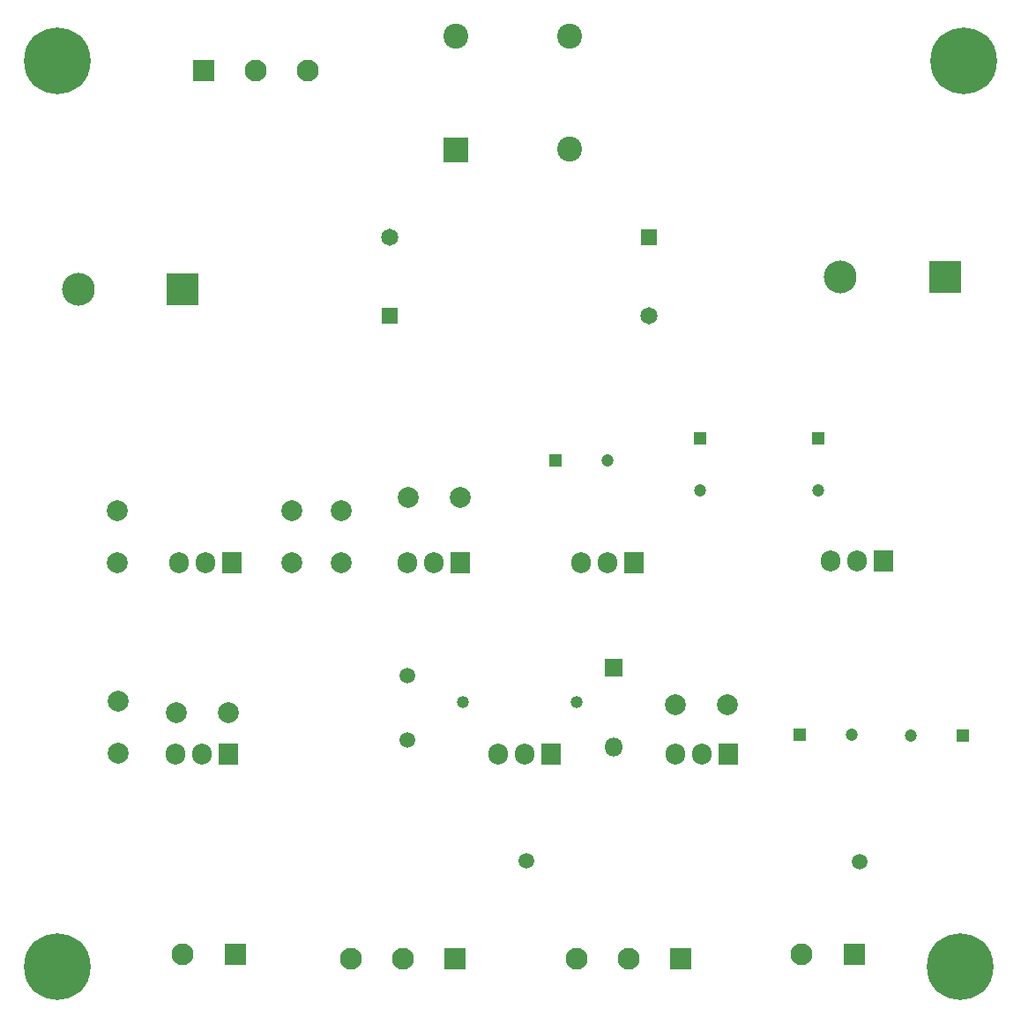
<source format=gbr>
%TF.GenerationSoftware,KiCad,Pcbnew,(6.0.0)*%
%TF.CreationDate,2022-02-28T16:45:58-03:00*%
%TF.ProjectId,Circuito fuente,43697263-7569-4746-9f20-6675656e7465,V02*%
%TF.SameCoordinates,Original*%
%TF.FileFunction,Copper,L1,Top*%
%TF.FilePolarity,Positive*%
%FSLAX46Y46*%
G04 Gerber Fmt 4.6, Leading zero omitted, Abs format (unit mm)*
G04 Created by KiCad (PCBNEW (6.0.0)) date 2022-02-28 16:45:58*
%MOMM*%
%LPD*%
G01*
G04 APERTURE LIST*
%TA.AperFunction,ComponentPad*%
%ADD10C,2.000000*%
%TD*%
%TA.AperFunction,ComponentPad*%
%ADD11R,1.905000X2.000000*%
%TD*%
%TA.AperFunction,ComponentPad*%
%ADD12O,1.905000X2.000000*%
%TD*%
%TA.AperFunction,ComponentPad*%
%ADD13R,1.650000X1.650000*%
%TD*%
%TA.AperFunction,ComponentPad*%
%ADD14C,1.650000*%
%TD*%
%TA.AperFunction,ComponentPad*%
%ADD15C,0.800000*%
%TD*%
%TA.AperFunction,ComponentPad*%
%ADD16C,6.400000*%
%TD*%
%TA.AperFunction,ComponentPad*%
%ADD17R,1.200000X1.200000*%
%TD*%
%TA.AperFunction,ComponentPad*%
%ADD18C,1.200000*%
%TD*%
%TA.AperFunction,ComponentPad*%
%ADD19R,2.100000X2.100000*%
%TD*%
%TA.AperFunction,ComponentPad*%
%ADD20C,2.100000*%
%TD*%
%TA.AperFunction,ComponentPad*%
%ADD21R,1.800000X1.800000*%
%TD*%
%TA.AperFunction,ComponentPad*%
%ADD22O,1.800000X1.800000*%
%TD*%
%TA.AperFunction,ComponentPad*%
%ADD23C,1.190000*%
%TD*%
%TA.AperFunction,ComponentPad*%
%ADD24R,2.400000X2.400000*%
%TD*%
%TA.AperFunction,ComponentPad*%
%ADD25C,2.400000*%
%TD*%
%TA.AperFunction,ComponentPad*%
%ADD26R,3.150000X3.150000*%
%TD*%
%TA.AperFunction,ComponentPad*%
%ADD27C,3.150000*%
%TD*%
%TA.AperFunction,ViaPad*%
%ADD28C,1.500000*%
%TD*%
G04 APERTURE END LIST*
D10*
%TO.P,C23,1,1*%
%TO.N,/+5V*%
X109750000Y-82750000D03*
%TO.P,C23,2,2*%
%TO.N,GND*%
X109750000Y-77750000D03*
%TD*%
D11*
%TO.P,Q1,1,B*%
%TO.N,Net-(D1-Pad1)*%
X151392000Y-101174000D03*
D12*
%TO.P,Q1,2,C*%
%TO.N,/+15DC*%
X148852000Y-101174000D03*
%TO.P,Q1,3,E*%
%TO.N,Net-(C26-Pad1)*%
X146312000Y-101174000D03*
%TD*%
D13*
%TO.P,C14,1*%
%TO.N,GND*%
X160738000Y-51554000D03*
D14*
%TO.P,C14,2*%
%TO.N,Net-(C12-Pad2)*%
X160738000Y-59054000D03*
%TD*%
D11*
%TO.P,U41,1,GND*%
%TO.N,GND*%
X183290000Y-82605000D03*
D12*
%TO.P,U41,2,VI*%
%TO.N,/-12V*%
X180750000Y-82605000D03*
%TO.P,U41,3,VO*%
%TO.N,/-5V*%
X178210000Y-82605000D03*
%TD*%
D15*
%TO.P,H2,1*%
%TO.N,N/C*%
X192394112Y-119802944D03*
D16*
X190697056Y-121500000D03*
D15*
X190697056Y-123900000D03*
X193097056Y-121500000D03*
X192394112Y-123197056D03*
X188297056Y-121500000D03*
X189000000Y-123197056D03*
X189000000Y-119802944D03*
X190697056Y-119100000D03*
%TD*%
D17*
%TO.P,C21,1*%
%TO.N,GND*%
X165650000Y-70850000D03*
D18*
%TO.P,C21,2*%
%TO.N,/-12V*%
X165650000Y-75850000D03*
%TD*%
D10*
%TO.P,C22,1,1*%
%TO.N,/+12V1*%
X126500000Y-82750000D03*
%TO.P,C22,2,2*%
%TO.N,GND*%
X126500000Y-77750000D03*
%TD*%
D19*
%TO.P,U1,1*%
%TO.N,/-15VAC*%
X118000000Y-35500000D03*
D20*
%TO.P,U1,2*%
%TO.N,GND*%
X123000000Y-35500000D03*
%TO.P,U1,3*%
%TO.N,/+15VAC*%
X128000000Y-35500000D03*
%TD*%
D10*
%TO.P,C17,1,1*%
%TO.N,/+12V2*%
X109792000Y-101084000D03*
%TO.P,C17,2,2*%
%TO.N,GND*%
X109792000Y-96084000D03*
%TD*%
D20*
%TO.P,U5,1*%
%TO.N,/+5V*%
X132190500Y-120750000D03*
%TO.P,U5,2*%
%TO.N,GND*%
X137190500Y-120750000D03*
D19*
%TO.P,U5,3*%
%TO.N,/-5V*%
X142190500Y-120750000D03*
%TD*%
D17*
%TO.P,C25,1*%
%TO.N,GND*%
X190924000Y-99370750D03*
D18*
%TO.P,C25,2*%
%TO.N,/-5V*%
X185924000Y-99370750D03*
%TD*%
D11*
%TO.P,U40,1,VI*%
%TO.N,/+12V1*%
X120750000Y-82750000D03*
D12*
%TO.P,U40,2,GND*%
%TO.N,GND*%
X118210000Y-82750000D03*
%TO.P,U40,3,VO*%
%TO.N,/+5V*%
X115670000Y-82750000D03*
%TD*%
D10*
%TO.P,C26,1,1*%
%TO.N,Net-(C26-Pad1)*%
X163342000Y-96374000D03*
%TO.P,C26,2,2*%
%TO.N,GND*%
X168342000Y-96374000D03*
%TD*%
D15*
%TO.P,H1,1*%
%TO.N,N/C*%
X101600000Y-121500000D03*
X102302944Y-119802944D03*
D16*
X104000000Y-121500000D03*
D15*
X105697056Y-123197056D03*
X106400000Y-121500000D03*
X104000000Y-123900000D03*
X105697056Y-119802944D03*
X102302944Y-123197056D03*
X104000000Y-119100000D03*
%TD*%
D21*
%TO.P,D1,1,K*%
%TO.N,Net-(D1-Pad1)*%
X157392000Y-92864000D03*
D22*
%TO.P,D1,2,A*%
%TO.N,GND*%
X157392000Y-100484000D03*
%TD*%
D23*
%TO.P,R1,1*%
%TO.N,/+15DC*%
X142877000Y-96124000D03*
%TO.P,R1,2*%
%TO.N,Net-(D1-Pad1)*%
X153807000Y-96124000D03*
%TD*%
D11*
%TO.P,U39,1,GND*%
%TO.N,GND*%
X159333332Y-82750000D03*
D12*
%TO.P,U39,2,VI*%
%TO.N,Net-(C12-Pad2)*%
X156793332Y-82750000D03*
%TO.P,U39,3,VO*%
%TO.N,/-12V*%
X154253332Y-82750000D03*
%TD*%
D11*
%TO.P,U45,1,GND*%
%TO.N,GND*%
X168382000Y-101174000D03*
D12*
%TO.P,U45,2,VO*%
%TO.N,/+3\u002C3V*%
X165842000Y-101174000D03*
%TO.P,U45,3,VI*%
%TO.N,Net-(C26-Pad1)*%
X163302000Y-101174000D03*
%TD*%
D19*
%TO.P,U6,1*%
%TO.N,/+3\u002C3V*%
X180540000Y-120323903D03*
D20*
%TO.P,U6,2*%
%TO.N,GND*%
X175460000Y-120323903D03*
%TD*%
D10*
%TO.P,C19,1,1*%
%TO.N,/+12V1*%
X131250000Y-82750000D03*
%TO.P,C19,2,2*%
%TO.N,GND*%
X131250000Y-77750000D03*
%TD*%
D17*
%TO.P,C27,1*%
%TO.N,/+3\u002C3V*%
X175274000Y-99264000D03*
D18*
%TO.P,C27,2*%
%TO.N,GND*%
X180274000Y-99264000D03*
%TD*%
D20*
%TO.P,U2,1*%
%TO.N,/+12V2*%
X115960000Y-120323903D03*
D19*
%TO.P,U2,2*%
%TO.N,GND*%
X121040000Y-120323903D03*
%TD*%
D15*
%TO.P,H3,1*%
%TO.N,N/C*%
X189302944Y-36247056D03*
X189302944Y-32852944D03*
X193400000Y-34550000D03*
X191000000Y-32150000D03*
X188600000Y-34550000D03*
X191000000Y-36950000D03*
D16*
X191000000Y-34550000D03*
D15*
X192697056Y-32852944D03*
X192697056Y-36247056D03*
%TD*%
D13*
%TO.P,C10,1*%
%TO.N,/+15DC*%
X135846000Y-59054000D03*
D14*
%TO.P,C10,2*%
%TO.N,GND*%
X135846000Y-51554000D03*
%TD*%
D11*
%TO.P,U4,1,VI*%
%TO.N,/+15DC*%
X120417000Y-101174000D03*
D12*
%TO.P,U4,2,GND*%
%TO.N,GND*%
X117877000Y-101174000D03*
%TO.P,U4,3,VO*%
%TO.N,/+12V2*%
X115337000Y-101174000D03*
%TD*%
D10*
%TO.P,C16,1,1*%
%TO.N,/+15DC*%
X120417000Y-97149000D03*
%TO.P,C16,2,2*%
%TO.N,GND*%
X115417000Y-97149000D03*
%TD*%
D24*
%TO.P,D2,1,+*%
%TO.N,/+15DC*%
X142250000Y-43150000D03*
D25*
%TO.P,D2,2,-*%
%TO.N,Net-(C12-Pad2)*%
X153150000Y-43050000D03*
%TO.P,D2,3*%
%TO.N,/+15VAC*%
X153150000Y-32250000D03*
%TO.P,D2,4*%
%TO.N,/-15VAC*%
X142250000Y-32250000D03*
%TD*%
D26*
%TO.P,C12,1*%
%TO.N,GND*%
X189186000Y-55364000D03*
D27*
%TO.P,C12,2*%
%TO.N,Net-(C12-Pad2)*%
X179186000Y-55364000D03*
%TD*%
D17*
%TO.P,C24,1*%
%TO.N,GND*%
X177000000Y-70850000D03*
D18*
%TO.P,C24,2*%
%TO.N,/-12V*%
X177000000Y-75850000D03*
%TD*%
D15*
%TO.P,H4,1*%
%TO.N,N/C*%
X105697056Y-36247056D03*
X104000000Y-36950000D03*
X101600000Y-34550000D03*
X105697056Y-32852944D03*
X104000000Y-32150000D03*
X106400000Y-34550000D03*
X102302944Y-32852944D03*
X102302944Y-36247056D03*
D16*
X104000000Y-34550000D03*
%TD*%
D20*
%TO.P,U3,1*%
%TO.N,/+12V1*%
X153809500Y-120750000D03*
%TO.P,U3,2*%
%TO.N,GND*%
X158809500Y-120750000D03*
D19*
%TO.P,U3,3*%
%TO.N,/-12V*%
X163809500Y-120750000D03*
%TD*%
D10*
%TO.P,C18,1,1*%
%TO.N,/+15DC*%
X142700000Y-76500000D03*
%TO.P,C18,2,2*%
%TO.N,GND*%
X137700000Y-76500000D03*
%TD*%
D11*
%TO.P,U35,1,VI*%
%TO.N,/+15DC*%
X142666666Y-82750000D03*
D12*
%TO.P,U35,2,GND*%
%TO.N,GND*%
X140126666Y-82750000D03*
%TO.P,U35,3,VO*%
%TO.N,/+12V1*%
X137586666Y-82750000D03*
%TD*%
D17*
%TO.P,C20,1*%
%TO.N,GND*%
X151793250Y-72956750D03*
D18*
%TO.P,C20,2*%
%TO.N,Net-(C12-Pad2)*%
X156793250Y-72956750D03*
%TD*%
D26*
%TO.P,C8,1*%
%TO.N,/+15DC*%
X116000000Y-56500000D03*
D27*
%TO.P,C8,2*%
%TO.N,GND*%
X106000000Y-56500000D03*
%TD*%
D28*
%TO.N,/+12V1*%
X137600000Y-99800000D03*
X137600000Y-93600000D03*
%TO.N,/-5V*%
X181000000Y-111500000D03*
X149000000Y-111400000D03*
%TD*%
M02*

</source>
